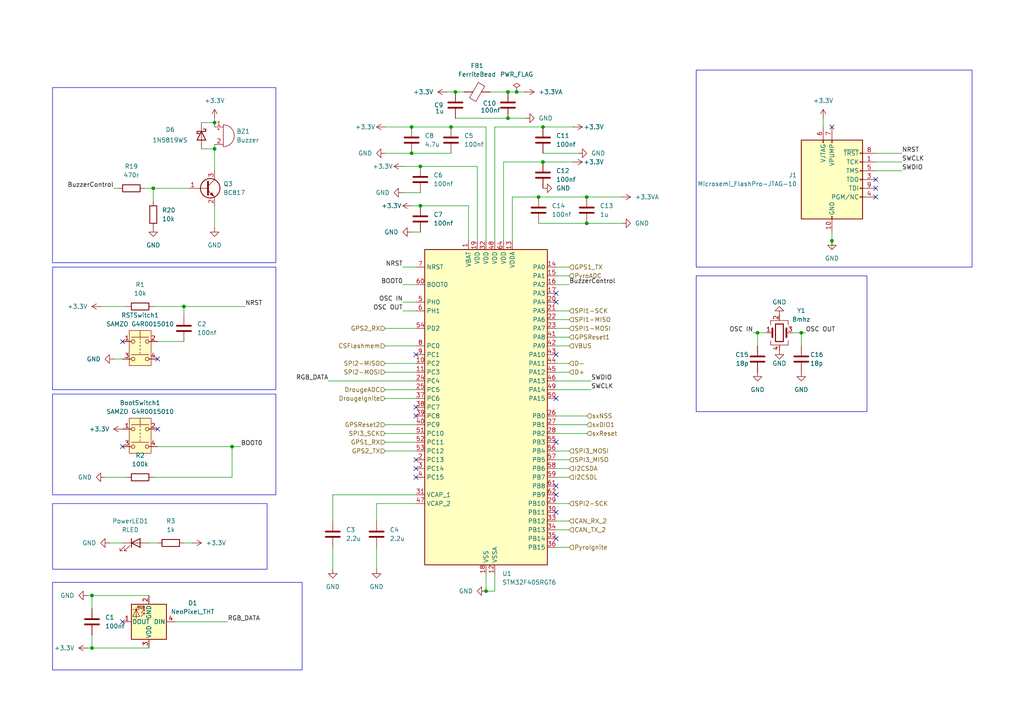
<source format=kicad_sch>
(kicad_sch (version 20250114) (generator "eeschema") (generator_version "9.0")
  (paper "A4")
  (lib_symbols
    (symbol "Connector:Microsemi_FlashPro-JTAG-10" (pin_names (offset 1.016))
      (property "Reference" "J" (at 4.445 12.7 0))
      (property "Value" "Microsemi_FlashPro-JTAG-10" (at 2.54 -12.7 0))
      (symbol "Microsemi_FlashPro-JTAG-10_0_1"
        (rectangle (start -2.667 11.43) (end -2.413 10.668))
        (rectangle (start -0.127 11.43) (end 0.127 10.668))
        (rectangle (start -0.127 -10.668) (end 0.127 -11.43))
        (rectangle (start 8.89 11.43) (end -8.89 -11.43) (stroke (width 0.254)) (fill (type background)))
        (rectangle (start 8.89 7.747) (end 8.128 7.493))
        (rectangle (start 8.89 5.207) (end 8.128 4.953))
        (rectangle (start 8.89 2.667) (end 8.128 2.413))
        (rectangle (start 8.89 0.127) (end 8.128 -0.127))
        (rectangle (start 8.89 -2.413) (end 8.128 -2.667))
        (rectangle (start 8.89 -4.953) (end 8.128 -5.207))
      )
      (symbol "Microsemi_FlashPro-JTAG-10_1_1"
        (pin power_in line (at -2.54 15.24 270) (length 3.81) (name "VJTAG") (number "6"))
        (pin power_out line (at 0 15.24 270) (length 3.81) (name "VPUMP") (number "7"))
        (pin power_in line (at 0 -15.24 90) (length 3.81) (name "GND") (number "10"))
        (pin passive line (at 0 -15.24 90) (length 3.81) (hide yes) (name "GND") (number "2"))
        (pin passive line (at 12.7 7.62 180) (length 3.81) (name "~{TRST}") (number "8"))
        (pin passive line (at 12.7 5.08 180) (length 3.81) (name "TCK") (number "1"))
        (pin passive line (at 12.7 2.54 180) (length 3.81) (name "TMS") (number "5"))
        (pin passive line (at 12.7 0 180) (length 3.81) (name "TDO") (number "3"))
        (pin passive line (at 12.7 -2.54 180) (length 3.81) (name "TDI") (number "9"))
        (pin passive line (at 12.7 -5.08 180) (length 3.81) (name "PGM/NC") (number "4"))
      )
    )
    (symbol "Device:Buzzer" (pin_names (offset 0.0254) (hide yes))
      (property "Reference" "BZ" (at 3.81 1.27 0))
      (property "Value" "Buzzer" (at 3.81 -1.27 0))
      (symbol "Buzzer_0_1"
        (polyline (pts (xy -1.651 1.905) (xy -1.143 1.905)))
        (polyline (pts (xy -1.397 2.159) (xy -1.397 1.651)))
        (arc (start 0 3.175) (mid 3.1612 0) (end 0 -3.175))
        (polyline (pts (xy 0 3.175) (xy 0 -3.175)))
      )
      (symbol "Buzzer_1_1"
        (pin passive line (at -2.54 2.54 0) (length 2.54) (name "+") (number "1"))
        (pin passive line (at -2.54 -2.54 0) (length 2.54) (name "-") (number "2"))
      )
    )
    (symbol "Device:C" (pin_numbers (hide yes)) (pin_names (offset 0.254))
      (property "Reference" "C" (at 0.635 2.54 0))
      (property "Value" "C" (at 0.635 -2.54 0))
      (symbol "C_0_1"
        (polyline (pts (xy -2.032 0.762) (xy 2.032 0.762)) (stroke (width 0.508)))
        (polyline (pts (xy -2.032 -0.762) (xy 2.032 -0.762)) (stroke (width 0.508)))
      )
      (symbol "C_1_1"
        (pin passive line (at 0 3.81 270) (length 2.794) (name "~") (number "1"))
        (pin passive line (at 0 -3.81 90) (length 2.794) (name "~") (number "2"))
      )
    )
    (symbol "Device:Crystal_GND24" (pin_names (offset 1.016) (hide yes))
      (property "Reference" "Y" (at 3.175 5.08 0))
      (property "Value" "Crystal_GND24" (at 3.175 3.175 0))
      (symbol "Crystal_GND24_0_1"
        (polyline (pts (xy -2.54 2.286) (xy -2.54 3.556) (xy 2.54 3.556) (xy 2.54 2.286)))
        (polyline (pts (xy -2.54 0) (xy -2.032 0)))
        (polyline (pts (xy -2.54 -2.286) (xy -2.54 -3.556) (xy 2.54 -3.556) (xy 2.54 -2.286)))
        (polyline (pts (xy -2.032 -1.27) (xy -2.032 1.27)) (stroke (width 0.508)))
        (rectangle (start -1.143 2.54) (end 1.143 -2.54) (stroke (width 0.3048)))
        (polyline (pts (xy 0 3.556) (xy 0 3.81)))
        (polyline (pts (xy 0 -3.81) (xy 0 -3.556)))
        (polyline (pts (xy 2.032 0) (xy 2.54 0)))
        (polyline (pts (xy 2.032 -1.27) (xy 2.032 1.27)) (stroke (width 0.508)))
      )
      (symbol "Crystal_GND24_1_1"
        (pin passive line (at -3.81 0 0) (length 1.27) (name "1") (number "1"))
        (pin passive line (at 0 5.08 270) (length 1.27) (name "2") (number "2"))
        (pin passive line (at 0 -5.08 90) (length 1.27) (name "4") (number "4"))
        (pin passive line (at 3.81 0 180) (length 1.27) (name "3") (number "3"))
      )
    )
    (symbol "Device:FerriteBead" (pin_numbers (hide yes)) (pin_names (offset 0))
      (property "Reference" "FB" (at -3.81 0.635 90))
      (property "Value" "FerriteBead" (at 3.81 0 90))
      (symbol "FerriteBead_0_1"
        (polyline (pts (xy -2.7686 0.4064) (xy -1.7018 2.2606) (xy 2.7686 -0.3048) (xy 1.6764 -2.159) (xy -2.7686 0.4064)))
        (polyline (pts (xy 0 1.27) (xy 0 1.2954)))
        (polyline (pts (xy 0 -1.27) (xy 0 -1.2192)))
      )
      (symbol "FerriteBead_1_1"
        (pin passive line (at 0 3.81 270) (length 2.54) (name "~") (number "1"))
        (pin passive line (at 0 -3.81 90) (length 2.54) (name "~") (number "2"))
      )
    )
    (symbol "Device:LED" (pin_numbers (hide yes)) (pin_names (offset 1.016) (hide yes))
      (property "Reference" "D" (at 0 2.54 0))
      (property "Value" "LED" (at 0 -2.54 0))
      (symbol "LED_0_1"
        (polyline (pts (xy -3.048 -0.762) (xy -4.572 -2.286) (xy -3.81 -2.286) (xy -4.572 -2.286) (xy -4.572 -1.524)))
        (polyline (pts (xy -1.778 -0.762) (xy -3.302 -2.286) (xy -2.54 -2.286) (xy -3.302 -2.286) (xy -3.302 -1.524)))
        (polyline (pts (xy -1.27 0) (xy 1.27 0)))
        (polyline (pts (xy -1.27 -1.27) (xy -1.27 1.27)) (stroke (width 0.254)))
        (polyline (pts (xy 1.27 -1.27) (xy 1.27 1.27) (xy -1.27 0) (xy 1.27 -1.27)) (stroke (width 0.254)))
      )
      (symbol "LED_1_1"
        (pin passive line (at -3.81 0 0) (length 2.54) (name "K") (number "1"))
        (pin passive line (at 3.81 0 180) (length 2.54) (name "A") (number "2"))
      )
    )
    (symbol "Device:R" (pin_numbers (hide yes)) (pin_names (offset 0))
      (property "Reference" "R" (at 2.032 0 90))
      (property "Value" "R" (at 0 0 90))
      (symbol "R_0_1"
        (rectangle (start -1.016 -2.54) (end 1.016 2.54) (stroke (width 0.254)))
      )
      (symbol "R_1_1"
        (pin passive line (at 0 3.81 270) (length 1.27) (name "~") (number "1"))
        (pin passive line (at 0 -3.81 90) (length 1.27) (name "~") (number "2"))
      )
    )
    (symbol "Diode:1N5819WS" (pin_numbers (hide yes)) (pin_names (offset 1.016) (hide yes))
      (property "Reference" "D" (at 0 2.54 0))
      (property "Value" "1N5819WS" (at 0 -2.54 0))
      (symbol "1N5819WS_0_1"
        (polyline (pts (xy -1.905 0.635) (xy -1.905 1.27) (xy -1.27 1.27) (xy -1.27 -1.27) (xy -0.635 -1.27) (xy -0.635 -0.635)) (stroke (width 0.254)))
        (polyline (pts (xy 1.27 1.27) (xy 1.27 -1.27) (xy -1.27 0) (xy 1.27 1.27)) (stroke (width 0.254)))
        (polyline (pts (xy 1.27 0) (xy -1.27 0)))
      )
      (symbol "1N5819WS_1_1"
        (pin passive line (at -3.81 0 0) (length 2.54) (name "K") (number "1"))
        (pin passive line (at 3.81 0 180) (length 2.54) (name "A") (number "2"))
      )
    )
    (symbol "LED:NeoPixel_THT" (pin_names (offset 0.254))
      (property "Reference" "D" (at 5.08 5.715 0))
      (property "Value" "NeoPixel_THT" (at 1.27 -5.715 0))
      (symbol "NeoPixel_THT_0_0"
        (text "RGB" (at 2.286 -4.191 0) (effects (font (size 0.762 0.762))))
      )
      (symbol "NeoPixel_THT_0_1"
        (polyline (pts (xy 1.27 -2.54) (xy 1.778 -2.54)))
        (polyline (pts (xy 1.27 -3.556) (xy 1.778 -3.556)))
        (polyline (pts (xy 2.286 -1.524) (xy 1.27 -2.54) (xy 1.27 -2.032)))
        (polyline (pts (xy 2.286 -2.54) (xy 1.27 -3.556) (xy 1.27 -3.048)))
        (polyline (pts (xy 3.683 -1.016) (xy 3.683 -3.556) (xy 3.683 -4.064)))
        (polyline (pts (xy 4.699 -1.524) (xy 2.667 -1.524) (xy 3.683 -3.556) (xy 4.699 -1.524)))
        (polyline (pts (xy 4.699 -3.556) (xy 2.667 -3.556)))
        (rectangle (start 5.08 5.08) (end -5.08 -5.08) (stroke (width 0.254)) (fill (type background)))
      )
      (symbol "NeoPixel_THT_1_1"
        (pin input line (at -7.62 0 0) (length 2.54) (name "DIN") (number "4"))
        (pin power_in line (at 0 7.62 270) (length 2.54) (name "VDD") (number "3"))
        (pin power_in line (at 0 -7.62 90) (length 2.54) (name "GND") (number "2"))
        (pin output line (at 7.62 0 180) (length 2.54) (name "DOUT") (number "1"))
      )
    )
    (symbol "MCU_ST_STM32F4:STM32F405RGTx"
      (property "Reference" "U" (at -17.78 46.99 0))
      (property "Value" "STM32F405RGTx" (at 10.16 46.99 0))
      (symbol "STM32F405RGTx_0_1"
        (rectangle (start -17.78 -45.72) (end 17.78 45.72) (stroke (width 0.254)) (fill (type background)))
      )
      (symbol "STM32F405RGTx_1_1"
        (pin input line (at -20.32 40.64 0) (length 2.54) (name "NRST") (number "7"))
        (pin input line (at -20.32 35.56 0) (length 2.54) (name "BOOT0") (number "60"))
        (pin bidirectional line (at -20.32 30.48 0) (length 2.54) (name "PH0") (number "5"))
        (pin bidirectional line (at -20.32 27.94 0) (length 2.54) (name "PH1") (number "6"))
        (pin bidirectional line (at -20.32 22.86 0) (length 2.54) (name "PD2") (number "54"))
        (pin bidirectional line (at -20.32 17.78 0) (length 2.54) (name "PC0") (number "8"))
        (pin bidirectional line (at -20.32 15.24 0) (length 2.54) (name "PC1") (number "9"))
        (pin bidirectional line (at -20.32 12.7 0) (length 2.54) (name "PC2") (number "10"))
        (pin bidirectional line (at -20.32 10.16 0) (length 2.54) (name "PC3") (number "11"))
        (pin bidirectional line (at -20.32 7.62 0) (length 2.54) (name "PC4") (number "24"))
        (pin bidirectional line (at -20.32 5.08 0) (length 2.54) (name "PC5") (number "25"))
        (pin bidirectional line (at -20.32 2.54 0) (length 2.54) (name "PC6") (number "37"))
        (pin bidirectional line (at -20.32 0 0) (length 2.54) (name "PC7") (number "38"))
        (pin bidirectional line (at -20.32 -2.54 0) (length 2.54) (name "PC8") (number "39"))
        (pin bidirectional line (at -20.32 -5.08 0) (length 2.54) (name "PC9") (number "40"))
        (pin bidirectional line (at -20.32 -7.62 0) (length 2.54) (name "PC10") (number "51"))
        (pin bidirectional line (at -20.32 -10.16 0) (length 2.54) (name "PC11") (number "52"))
        (pin bidirectional line (at -20.32 -12.7 0) (length 2.54) (name "PC12") (number "53"))
        (pin bidirectional line (at -20.32 -15.24 0) (length 2.54) (name "PC13") (number "2"))
        (pin bidirectional line (at -20.32 -17.78 0) (length 2.54) (name "PC14") (number "3"))
        (pin bidirectional line (at -20.32 -20.32 0) (length 2.54) (name "PC15") (number "4"))
        (pin power_out line (at -20.32 -25.4 0) (length 2.54) (name "VCAP_1") (number "31"))
        (pin power_out line (at -20.32 -27.94 0) (length 2.54) (name "VCAP_2") (number "47"))
        (pin power_in line (at -5.08 48.26 270) (length 2.54) (name "VBAT") (number "1"))
        (pin power_in line (at -2.54 48.26 270) (length 2.54) (name "VDD") (number "19"))
        (pin power_in line (at 0 48.26 270) (length 2.54) (name "VDD") (number "32"))
        (pin power_in line (at 0 -48.26 90) (length 2.54) (name "VSS") (number "18"))
        (pin passive line (at 0 -48.26 90) (length 2.54) (hide yes) (name "VSS") (number "63"))
        (pin power_in line (at 2.54 48.26 270) (length 2.54) (name "VDD") (number "48"))
        (pin power_in line (at 2.54 -48.26 90) (length 2.54) (name "VSSA") (number "12"))
        (pin power_in line (at 5.08 48.26 270) (length 2.54) (name "VDD") (number "64"))
        (pin power_in line (at 7.62 48.26 270) (length 2.54) (name "VDDA") (number "13"))
        (pin bidirectional line (at 20.32 40.64 180) (length 2.54) (name "PA0") (number "14"))
        (pin bidirectional line (at 20.32 38.1 180) (length 2.54) (name "PA1") (number "15"))
        (pin bidirectional line (at 20.32 35.56 180) (length 2.54) (name "PA2") (number "16"))
        (pin bidirectional line (at 20.32 33.02 180) (length 2.54) (name "PA3") (number "17"))
        (pin bidirectional line (at 20.32 30.48 180) (length 2.54) (name "PA4") (number "20"))
        (pin bidirectional line (at 20.32 27.94 180) (length 2.54) (name "PA5") (number "21"))
        (pin bidirectional line (at 20.32 25.4 180) (length 2.54) (name "PA6") (number "22"))
        (pin bidirectional line (at 20.32 22.86 180) (length 2.54) (name "PA7") (number "23"))
        (pin bidirectional line (at 20.32 20.32 180) (length 2.54) (name "PA8") (number "41"))
        (pin bidirectional line (at 20.32 17.78 180) (length 2.54) (name "PA9") (number "42"))
        (pin bidirectional line (at 20.32 15.24 180) (length 2.54) (name "PA10") (number "43"))
        (pin bidirectional line (at 20.32 12.7 180) (length 2.54) (name "PA11") (number "44"))
        (pin bidirectional line (at 20.32 10.16 180) (length 2.54) (name "PA12") (number "45"))
        (pin bidirectional line (at 20.32 7.62 180) (length 2.54) (name "PA13") (number "46"))
        (pin bidirectional line (at 20.32 5.08 180) (length 2.54) (name "PA14") (number "49"))
        (pin bidirectional line (at 20.32 2.54 180) (length 2.54) (name "PA15") (number "50"))
        (pin bidirectional line (at 20.32 -2.54 180) (length 2.54) (name "PB0") (number "26"))
        (pin bidirectional line (at 20.32 -5.08 180) (length 2.54) (name "PB1") (number "27"))
        (pin bidirectional line (at 20.32 -7.62 180) (length 2.54) (name "PB2") (number "28"))
        (pin bidirectional line (at 20.32 -10.16 180) (length 2.54) (name "PB3") (number "55"))
        (pin bidirectional line (at 20.32 -12.7 180) (length 2.54) (name "PB4") (number "56"))
        (pin bidirectional line (at 20.32 -15.24 180) (length 2.54) (name "PB5") (number "57"))
        (pin bidirectional line (at 20.32 -17.78 180) (length 2.54) (name "PB6") (number "58"))
        (pin bidirectional line (at 20.32 -20.32 180) (length 2.54) (name "PB7") (number "59"))
        (pin bidirectional line (at 20.32 -22.86 180) (length 2.54) (name "PB8") (number "61"))
        (pin bidirectional line (at 20.32 -25.4 180) (length 2.54) (name "PB9") (number "62"))
        (pin bidirectional line (at 20.32 -27.94 180) (length 2.54) (name "PB10") (number "29"))
        (pin bidirectional line (at 20.32 -30.48 180) (length 2.54) (name "PB11") (number "30"))
        (pin bidirectional line (at 20.32 -33.02 180) (length 2.54) (name "PB12") (number "33"))
        (pin bidirectional line (at 20.32 -35.56 180) (length 2.54) (name "PB13") (number "34"))
        (pin bidirectional line (at 20.32 -38.1 180) (length 2.54) (name "PB14") (number "35"))
        (pin bidirectional line (at 20.32 -40.64 180) (length 2.54) (name "PB15") (number "36"))
      )
    )
    (symbol "Switch:SW_Push_Dual" (pin_names (offset 1.016) (hide yes))
      (property "Reference" "SW" (at 0 7.62 0))
      (property "Value" "SW_Push_Dual" (at 0 -6.35 0))
      (symbol "SW_Push_Dual_0_1"
        (circle (center -2.032 2.54) (radius 0.508))
        (circle (center -2.032 -2.54) (radius 0.508))
        (polyline (pts (xy 0 3.81) (xy 0 5.588)))
        (polyline (pts (xy 0 3.048) (xy 0 3.556)))
        (polyline (pts (xy 0 2.032) (xy 0 2.54)))
        (polyline (pts (xy 0 1.016) (xy 0 1.524)))
        (polyline (pts (xy 0 0.508) (xy 0 0)))
        (polyline (pts (xy 0 -0.508) (xy 0 -1.016)))
        (circle (center 2.032 2.54) (radius 0.508))
        (circle (center 2.032 -2.54) (radius 0.508))
        (polyline (pts (xy 2.54 3.81) (xy -2.54 3.81)))
        (polyline (pts (xy 2.54 -1.27) (xy -2.54 -1.27)))
        (pin passive line (at -5.08 2.54 0) (length 2.54) (name "1") (number "1"))
        (pin passive line (at -5.08 -2.54 0) (length 2.54) (name "3") (number "3"))
        (pin passive line (at 5.08 2.54 180) (length 2.54) (name "2") (number "2"))
        (pin passive line (at 5.08 -2.54 180) (length 2.54) (name "4") (number "4"))
      )
      (symbol "SW_Push_Dual_1_1"
        (rectangle (start -3.175 5.715) (end 3.175 -4.445) (fill (type background)))
      )
    )
    (symbol "Transistor_BJT:BC817" (pin_names (offset 0) (hide yes))
      (property "Reference" "Q" (at 5.08 1.905 0))
      (property "Value" "BC817" (at 5.08 0 0))
      (symbol "BC817_0_1"
        (polyline (pts (xy -2.54 0) (xy 0.635 0)))
        (polyline (pts (xy 0.635 1.905) (xy 0.635 -1.905)) (stroke (width 0.508)))
        (circle (center 1.27 0) (radius 2.8194) (stroke (width 0.254)))
      )
      (symbol "BC817_1_1"
        (polyline (pts (xy 0.635 0.635) (xy 2.54 2.54)))
        (polyline (pts (xy 0.635 -0.635) (xy 2.54 -2.54)))
        (polyline (pts (xy 1.27 -1.778) (xy 1.778 -1.27) (xy 2.286 -2.286) (xy 1.27 -1.778)) (fill (type outline)))
        (pin input line (at -5.08 0 0) (length 2.54) (name "B") (number "1"))
        (pin passive line (at 2.54 5.08 270) (length 2.54) (name "C") (number "3"))
        (pin passive line (at 2.54 -5.08 90) (length 2.54) (name "E") (number "2"))
      )
    )
    (symbol "power:+3.3V" (power) (pin_numbers (hide yes)) (pin_names (offset 0) (hide yes))
      (property "Value" "+3.3V" (at 0 3.556 0))
      (symbol "+3.3V_0_1"
        (polyline (pts (xy -0.762 1.27) (xy 0 2.54)))
        (polyline (pts (xy 0 2.54) (xy 0.762 1.27)))
        (polyline (pts (xy 0 0) (xy 0 2.54)))
      )
      (symbol "+3.3V_1_1"
        (pin power_in line (at 0 0 90) (length 0) (name "~") (number "1"))
      )
    )
    (symbol "power:+3.3VA" (power) (pin_numbers (hide yes)) (pin_names (offset 0) (hide yes))
      (property "Value" "+3.3VA" (at 0 3.556 0))
      (symbol "+3.3VA_0_1"
        (polyline (pts (xy -0.762 1.27) (xy 0 2.54)))
        (polyline (pts (xy 0 2.54) (xy 0.762 1.27)))
        (polyline (pts (xy 0 0) (xy 0 2.54)))
      )
      (symbol "+3.3VA_1_1"
        (pin power_in line (at 0 0 90) (length 0) (name "~") (number "1"))
      )
    )
    (symbol "power:GND" (power) (pin_numbers (hide yes)) (pin_names (offset 0) (hide yes))
      (property "Value" "GND" (at 0 -3.81 0))
      (symbol "GND_0_1"
        (polyline (pts (xy 0 0) (xy 0 -1.27) (xy 1.27 -1.27) (xy 0 -2.54) (xy -1.27 -1.27) (xy 0 -1.27)))
      )
      (symbol "GND_1_1"
        (pin power_in line (at 0 0 270) (length 0) (name "~") (number "1"))
      )
    )
    (symbol "power:PWR_FLAG" (power) (pin_numbers (hide yes)) (pin_names (offset 0) (hide yes))
      (property "Value" "PWR_FLAG" (at 0 3.81 0))
      (symbol "PWR_FLAG_0_0"
        (pin power_out line (at 0 0 90) (length 0) (name "~") (number "1"))
      )
      (symbol "PWR_FLAG_0_1"
        (polyline (pts (xy 0 0) (xy 0 1.27) (xy -1.016 1.905) (xy 0 2.54) (xy 1.016 1.905) (xy 0 1.27)))
      )
    )
  )
  (rectangle (start 201.93 20.32) (end 281.94 77.47))
  (rectangle (start 15.24 146.05) (end 77.47 165.1))
  (rectangle (start 15.24 168.91) (end 87.63 194.31))
  (rectangle (start 15.24 114.3) (end 80.01 143.51))
  (rectangle (start 15.24 77.47) (end 80.01 113.03))
  (rectangle (start 201.93 80.01) (end 251.46 119.38))
  (rectangle (start 15.24 25.4) (end 80.01 76.2))
  (junction (at 170.18 64.77))
  (junction (at 44.45 54.61))
  (junction (at 26.67 172.72))
  (junction (at 156.21 57.15))
  (junction (at 121.92 59.69))
  (junction (at 149.86 26.67))
  (junction (at 26.67 187.96))
  (junction (at 157.48 36.83))
  (junction (at 219.71 96.52))
  (junction (at 121.92 48.26))
  (junction (at 147.32 26.67))
  (junction (at 130.81 36.83))
  (junction (at 119.38 44.45))
  (junction (at 241.3 69.85))
  (junction (at 119.38 36.83))
  (junction (at 53.34 88.9))
  (junction (at 67.31 129.54))
  (junction (at 62.23 35.56))
  (junction (at 170.18 57.15))
  (junction (at 132.08 26.67))
  (junction (at 232.41 96.52))
  (junction (at 140.97 171.45))
  (junction (at 62.23 43.18))
  (junction (at 157.48 46.99))
  (junction (at 147.32 34.29))
  (no_connect (at 161.29 140.97))
  (no_connect (at 161.29 85.09))
  (no_connect (at 35.56 129.54))
  (no_connect (at 35.56 99.06))
  (no_connect (at 254 57.15))
  (no_connect (at 161.29 87.63))
  (no_connect (at 161.29 102.87))
  (no_connect (at 241.3 36.83))
  (no_connect (at 161.29 143.51))
  (no_connect (at 120.65 138.43))
  (no_connect (at 161.29 148.59))
  (no_connect (at 120.65 102.87))
  (no_connect (at 120.65 118.11))
  (no_connect (at 120.65 135.89))
  (no_connect (at 120.65 133.35))
  (no_connect (at 45.72 124.46))
  (no_connect (at 254 54.61))
  (no_connect (at 161.29 115.57))
  (no_connect (at 161.29 128.27))
  (no_connect (at 45.72 104.14))
  (no_connect (at 161.29 156.21))
  (no_connect (at 254 52.07))
  (no_connect (at 35.56 180.34))
  (no_connect (at 120.65 120.65))
  (wire (pts (xy 171.45 113.03) (xy 161.29 113.03)))
  (wire (pts (xy 109.22 158.75) (xy 109.22 165.1)))
  (wire (pts (xy 140.97 171.45) (xy 143.51 171.45)))
  (wire (pts (xy 132.08 26.67) (xy 134.62 26.67)))
  (wire (pts (xy 143.51 36.83) (xy 157.48 36.83)))
  (wire (pts (xy 111.76 105.41) (xy 120.65 105.41)))
  (wire (pts (xy 143.51 36.83) (xy 143.51 69.85)))
  (wire (pts (xy 109.22 151.13) (xy 109.22 146.05)))
  (wire (pts (xy 232.41 96.52) (xy 233.68 96.52)))
  (wire (pts (xy 111.76 100.33) (xy 120.65 100.33)))
  (wire (pts (xy 111.76 36.83) (xy 119.38 36.83)))
  (wire (pts (xy 119.38 59.69) (xy 121.92 59.69)))
  (wire (pts (xy 111.76 125.73) (xy 120.65 125.73)))
  (wire (pts (xy 121.92 48.26) (xy 138.43 48.26)))
  (wire (pts (xy 148.59 57.15) (xy 156.21 57.15)))
  (wire (pts (xy 229.87 96.52) (xy 232.41 96.52)))
  (wire (pts (xy 148.59 57.15) (xy 148.59 69.85)))
  (wire (pts (xy 165.1 82.55) (xy 161.29 82.55)))
  (wire (pts (xy 62.23 49.53) (xy 62.23 43.18)))
  (wire (pts (xy 165.1 97.79) (xy 161.29 97.79)))
  (wire (pts (xy 129.54 26.67) (xy 132.08 26.67)))
  (wire (pts (xy 111.76 44.45) (xy 119.38 44.45)))
  (wire (pts (xy 149.86 26.67) (xy 152.4 26.67)))
  (wire (pts (xy 62.23 35.56) (xy 62.23 36.83)))
  (wire (pts (xy 119.38 67.31) (xy 121.92 67.31)))
  (wire (pts (xy 156.21 64.77) (xy 170.18 64.77)))
  (wire (pts (xy 165.1 92.71) (xy 161.29 92.71)))
  (wire (pts (xy 161.29 107.95) (xy 165.1 107.95)))
  (wire (pts (xy 116.84 90.17) (xy 120.65 90.17)))
  (wire (pts (xy 170.18 120.65) (xy 161.29 120.65)))
  (wire (pts (xy 96.52 158.75) (xy 96.52 165.1)))
  (wire (pts (xy 219.71 96.52) (xy 222.25 96.52)))
  (wire (pts (xy 44.45 54.61) (xy 54.61 54.61)))
  (wire (pts (xy 138.43 48.26) (xy 138.43 69.85)))
  (wire (pts (xy 165.1 146.05) (xy 161.29 146.05)))
  (wire (pts (xy 58.42 35.56) (xy 62.23 35.56)))
  (wire (pts (xy 142.24 26.67) (xy 147.32 26.67)))
  (wire (pts (xy 55.88 157.48) (xy 53.34 157.48)))
  (wire (pts (xy 116.84 48.26) (xy 121.92 48.26)))
  (wire (pts (xy 111.76 107.95) (xy 120.65 107.95)))
  (wire (pts (xy 165.1 133.35) (xy 161.29 133.35)))
  (wire (pts (xy 111.76 115.57) (xy 120.65 115.57)))
  (wire (pts (xy 146.05 46.99) (xy 146.05 69.85)))
  (wire (pts (xy 238.76 34.29) (xy 238.76 36.83)))
  (wire (pts (xy 219.71 96.52) (xy 219.71 100.33)))
  (wire (pts (xy 26.67 187.96) (xy 43.18 187.96)))
  (wire (pts (xy 165.1 90.17) (xy 161.29 90.17)))
  (wire (pts (xy 241.3 67.31) (xy 241.3 69.85)))
  (wire (pts (xy 166.37 46.99) (xy 157.48 46.99)))
  (wire (pts (xy 232.41 96.52) (xy 232.41 100.33)))
  (wire (pts (xy 41.91 54.61) (xy 44.45 54.61)))
  (wire (pts (xy 165.1 95.25) (xy 161.29 95.25)))
  (wire (pts (xy 161.29 151.13) (xy 165.1 151.13)))
  (wire (pts (xy 120.65 143.51) (xy 96.52 143.51)))
  (wire (pts (xy 62.23 43.18) (xy 62.23 41.91)))
  (wire (pts (xy 170.18 123.19) (xy 161.29 123.19)))
  (wire (pts (xy 170.18 125.73) (xy 161.29 125.73)))
  (wire (pts (xy 132.08 34.29) (xy 147.32 34.29)))
  (wire (pts (xy 146.05 46.99) (xy 157.48 46.99)))
  (wire (pts (xy 111.76 95.25) (xy 120.65 95.25)))
  (wire (pts (xy 53.34 88.9) (xy 71.12 88.9)))
  (wire (pts (xy 116.84 77.47) (xy 120.65 77.47)))
  (wire (pts (xy 44.45 58.42) (xy 44.45 54.61)))
  (wire (pts (xy 62.23 34.29) (xy 62.23 35.56)))
  (wire (pts (xy 119.38 36.83) (xy 130.81 36.83)))
  (wire (pts (xy 170.18 64.77) (xy 180.34 64.77)))
  (wire (pts (xy 25.4 187.96) (xy 26.67 187.96)))
  (wire (pts (xy 67.31 129.54) (xy 67.31 138.43)))
  (wire (pts (xy 25.4 172.72) (xy 26.67 172.72)))
  (wire (pts (xy 50.8 180.34) (xy 66.04 180.34)))
  (wire (pts (xy 58.42 43.18) (xy 62.23 43.18)))
  (wire (pts (xy 261.62 46.99) (xy 254 46.99)))
  (wire (pts (xy 165.1 77.47) (xy 161.29 77.47)))
  (wire (pts (xy 116.84 55.88) (xy 121.92 55.88)))
  (wire (pts (xy 33.02 54.61) (xy 34.29 54.61)))
  (wire (pts (xy 165.1 130.81) (xy 161.29 130.81)))
  (wire (pts (xy 26.67 172.72) (xy 43.18 172.72)))
  (wire (pts (xy 33.02 104.14) (xy 35.56 104.14)))
  (wire (pts (xy 95.25 110.49) (xy 120.65 110.49)))
  (wire (pts (xy 116.84 82.55) (xy 120.65 82.55)))
  (wire (pts (xy 53.34 88.9) (xy 53.34 91.44)))
  (wire (pts (xy 147.32 34.29) (xy 152.4 34.29)))
  (wire (pts (xy 261.62 44.45) (xy 254 44.45)))
  (wire (pts (xy 166.37 36.83) (xy 157.48 36.83)))
  (wire (pts (xy 111.76 123.19) (xy 120.65 123.19)))
  (wire (pts (xy 121.92 59.69) (xy 135.89 59.69)))
  (wire (pts (xy 116.84 87.63) (xy 120.65 87.63)))
  (wire (pts (xy 165.1 100.33) (xy 161.29 100.33)))
  (wire (pts (xy 96.52 143.51) (xy 96.52 151.13)))
  (wire (pts (xy 143.51 171.45) (xy 143.51 166.37)))
  (wire (pts (xy 111.76 128.27) (xy 120.65 128.27)))
  (wire (pts (xy 241.3 72.39) (xy 241.3 69.85)))
  (wire (pts (xy 261.62 49.53) (xy 254 49.53)))
  (wire (pts (xy 109.22 146.05) (xy 120.65 146.05)))
  (wire (pts (xy 29.21 88.9) (xy 36.83 88.9)))
  (wire (pts (xy 165.1 138.43) (xy 161.29 138.43)))
  (wire (pts (xy 218.44 96.52) (xy 219.71 96.52)))
  (wire (pts (xy 135.89 59.69) (xy 135.89 69.85)))
  (wire (pts (xy 30.48 138.43) (xy 36.83 138.43)))
  (wire (pts (xy 67.31 138.43) (xy 44.45 138.43)))
  (wire (pts (xy 111.76 130.81) (xy 120.65 130.81)))
  (wire (pts (xy 45.72 129.54) (xy 67.31 129.54)))
  (wire (pts (xy 161.29 105.41) (xy 165.1 105.41)))
  (wire (pts (xy 62.23 66.04) (xy 62.23 59.69)))
  (wire (pts (xy 156.21 57.15) (xy 170.18 57.15)))
  (wire (pts (xy 161.29 153.67) (xy 165.1 153.67)))
  (wire (pts (xy 140.97 36.83) (xy 140.97 69.85)))
  (wire (pts (xy 119.38 44.45) (xy 130.81 44.45)))
  (wire (pts (xy 147.32 26.67) (xy 149.86 26.67)))
  (wire (pts (xy 165.1 158.75) (xy 161.29 158.75)))
  (wire (pts (xy 170.18 57.15) (xy 180.34 57.15)))
  (wire (pts (xy 67.31 129.54) (xy 69.85 129.54)))
  (wire (pts (xy 31.75 157.48) (xy 35.56 157.48)))
  (wire (pts (xy 26.67 184.15) (xy 26.67 187.96)))
  (wire (pts (xy 26.67 172.72) (xy 26.67 176.53)))
  (wire (pts (xy 130.81 36.83) (xy 140.97 36.83)))
  (wire (pts (xy 165.1 80.01) (xy 161.29 80.01)))
  (wire (pts (xy 161.29 110.49) (xy 171.45 110.49)))
  (wire (pts (xy 45.72 99.06) (xy 53.34 99.06)))
  (wire (pts (xy 140.97 166.37) (xy 140.97 171.45)))
  (wire (pts (xy 44.45 88.9) (xy 53.34 88.9)))
  (wire (pts (xy 43.18 157.48) (xy 45.72 157.48)))
  (wire (pts (xy 167.64 44.45) (xy 157.48 44.45)))
  (wire (pts (xy 111.76 113.03) (xy 120.65 113.03)))
  (wire (pts (xy 165.1 135.89) (xy 161.29 135.89)))
  (label "BOOT0" (at 116.84 82.55 180))
  (label "OSC OUT" (at 116.84 90.17 180))
  (label "RGB_DATA" (at 66.04 180.34 0))
  (label "RGB_DATA" (at 95.25 110.49 180))
  (label "OSC OUT" (at 233.68 96.52 0))
  (label "SWDIO" (at 261.62 49.53 0))
  (label "NRST" (at 71.12 88.9 0))
  (label "OSC IN" (at 116.84 87.63 180))
  (label "SWCLK" (at 171.45 113.03 0))
  (label "OSC IN" (at 218.44 96.52 180))
  (label "NRST" (at 261.62 44.45 0))
  (label "BOOT0" (at 69.85 129.54 0))
  (label "NRST" (at 116.84 77.47 180))
  (label "SWDIO" (at 171.45 110.49 0))
  (label "BuzzerControl" (at 33.02 54.61 180))
  (label "SWCLK" (at 261.62 46.99 0))
  (label "BuzzerControl" (at 165.1 82.55 0))
  (hierarchical_label "GPS1_RX" (shape input) (at 111.76 128.27 180))
  (hierarchical_label "sxReset" (shape input) (at 170.18 125.73 0))
  (hierarchical_label "GPS2_RX" (shape input) (at 111.76 95.25 180))
  (hierarchical_label "sxNSS" (shape input) (at 170.18 120.65 0))
  (hierarchical_label "SPI2-MOSI" (shape input) (at 111.76 107.95 180))
  (hierarchical_label "sxDIO1" (shape input) (at 170.18 123.19 0))
  (hierarchical_label "D+" (shape input) (at 165.1 107.95 0))
  (hierarchical_label "GPS2_TX" (shape input) (at 111.76 130.81 180))
  (hierarchical_label "VBUS" (shape input) (at 165.1 100.33 0))
  (hierarchical_label "SPI3_SCK" (shape input) (at 111.76 125.73 180))
  (hierarchical_label "SPI2-MISO" (shape input) (at 111.76 105.41 180))
  (hierarchical_label "SPI2-SCK" (shape input) (at 165.1 146.05 0))
  (hierarchical_label "CAN_TX_2" (shape input) (at 165.1 153.67 0))
  (hierarchical_label "PyroIgnite" (shape input) (at 165.1 158.75 0))
  (hierarchical_label "SPI1-SCK" (shape input) (at 165.1 90.17 0))
  (hierarchical_label "GPSReset2" (shape input) (at 111.76 123.19 180))
  (hierarchical_label "SPI3_MISO" (shape input) (at 165.1 133.35 0))
  (hierarchical_label "DrougeIgnite" (shape input) (at 111.76 115.57 180))
  (hierarchical_label "GPS1_TX" (shape input) (at 165.1 77.47 0))
  (hierarchical_label "PyroADC" (shape input) (at 165.1 80.01 0))
  (hierarchical_label "SPI1-MISO" (shape input) (at 165.1 92.71 0))
  (hierarchical_label "I2CSDL" (shape input) (at 165.1 138.43 0))
  (hierarchical_label "GPSReset1" (shape input) (at 165.1 97.79 0))
  (hierarchical_label "DrougeADC" (shape input) (at 111.76 113.03 180))
  (hierarchical_label "SPI1-MOSI" (shape input) (at 165.1 95.25 0))
  (hierarchical_label "I2CSDA" (shape input) (at 165.1 135.89 0))
  (hierarchical_label "CAN_RX_2" (shape input) (at 165.1 151.13 0))
  (hierarchical_label "CSFlashmem" (shape input) (at 111.76 100.33 180))
  (hierarchical_label "D-" (shape input) (at 165.1 105.41 0))
  (hierarchical_label "SPI3_MOSI" (shape input) (at 165.1 130.81 0))
  (symbol (lib_id "Device:Buzzer") (at 64.77 39.37 0) (unit 1)
    (property "Reference" "BZ1" (at 68.58 38.0999 0) (effects (justify left)))
    (property "Value" "Buzzer" (at 68.58 40.6399 0) (effects (justify left)))
    (property "Footprint" "Buzzer_Beeper:Buzzer_12x9.5RM7.6" (effects (hide yes)))
    (property "Description" "Buzzer, polarized" (effects (hide yes)))
    (property "LCSC Part" "C96093" (effects (hide yes)))
  )
  (symbol (lib_id "Diode:1N5819WS") (at 58.42 39.37 270) (unit 1)
    (property "Reference" "D6" (at 48.006 37.592 90) (effects (justify left)))
    (property "Value" "1N5819WS" (at 44.196 40.64 90) (effects (justify left)))
    (property "Footprint" "Diode_SMD:D_SOD-323" (effects (hide yes)))
    (property "Datasheet" "https://datasheet.lcsc.com/lcsc/2204281430_Guangdong-Hottech-1N5819WS_C191023.pdf" (effects (hide yes)))
    (property "Description" "40V 600mV@1A 1A SOD-323 Schottky Barrier Diodes, SOD-323" (effects (hide yes)))
    (property "LCSC Part" "C191023" (effects (hide yes)))
  )
  (symbol (lib_id "power:+3.3V") (at 25.4 187.96 90) (unit 1)
    (property "Reference" "#PWR02" (effects (hide yes)))
    (property "Value" "+3.3V" (at 21.59 187.9599 90) (effects (justify left)))
    (property "Description" "Power symbol creates a global label with name \"+3.3V\"" (effects (hide yes)))
  )
  (symbol (lib_id "Device:C") (at 170.18 60.96 0) (unit 1)
    (property "Reference" "C13" (at 173.99 59.6899 0) (effects (justify left)))
    (property "Value" "1u" (at 173.99 62.2299 0) (effects (justify left)))
    (property "Footprint" "Capacitor_SMD:C_0805_2012Metric_Pad1.18x1.45mm_HandSolder" (effects (hide yes)))
    (property "Description" "Unpolarized capacitor" (effects (hide yes)))
    (property "LCSC Part" "C28323" (effects (hide yes)))
  )
  (symbol (lib_id "power:GND") (at 31.75 157.48 270) (unit 1)
    (property "Reference" "#PWR05" (effects (hide yes)))
    (property "Value" "GND" (at 27.94 157.4799 90) (effects (justify right)))
    (property "Description" "Power symbol creates a global label with name \"GND\" , ground" (effects (hide yes)))
  )
  (symbol (lib_id "power:+3.3V") (at 119.38 59.69 90) (unit 1)
    (property "Reference" "#PWR015" (effects (hide yes)))
    (property "Value" "+3.3V" (at 113.538 59.69 90))
    (property "Description" "Power symbol creates a global label with name \"+3.3V\"" (effects (hide yes)))
  )
  (symbol (lib_id "power:+3.3V") (at 166.37 46.99 270) (unit 1)
    (property "Reference" "#PWR023" (effects (hide yes)))
    (property "Value" "+3.3V" (at 172.212 46.99 90))
    (property "Description" "Power symbol creates a global label with name \"+3.3V\"" (effects (hide yes)))
  )
  (symbol (lib_id "power:GND") (at 116.84 55.88 270) (unit 1)
    (property "Reference" "#PWR014" (effects (hide yes)))
    (property "Value" "GND" (at 113.03 55.8799 90) (effects (justify right)))
    (property "Description" "Power symbol creates a global label with name \"GND\" , ground" (effects (hide yes)))
  )
  (symbol (lib_id "Device:R") (at 40.64 138.43 90) (unit 1)
    (property "Reference" "R2" (at 40.64 132.08 90))
    (property "Value" "100k" (at 40.64 134.62 90))
    (property "Footprint" "Resistor_SMD:R_0805_2012Metric_Pad1.20x1.40mm_HandSolder" (effects (hide yes)))
    (property "Description" "Resistor" (effects (hide yes)))
    (property "LCSC Part" "C96346" (effects (hide yes)))
  )
  (symbol (lib_id "Switch:SW_Push_Dual") (at 40.64 101.6 0) (unit 1)
    (property "Reference" "RSTSwitch1" (at 40.64 91.44 0))
    (property "Value" "SAMZO G4R0015010" (at 40.64 93.98 0))
    (property "Footprint" "myFootprints:SAMZO G4R0015010" (effects (hide yes)))
    (property "Description" "Push button switch, generic, symbol, four pins" (effects (hide yes)))
    (property "LCSC Part" "C49393646" (effects (hide yes)))
  )
  (symbol (lib_id "power:+3.3V") (at 129.54 26.67 90) (unit 1)
    (property "Reference" "#PWR017" (effects (hide yes)))
    (property "Value" "+3.3V" (at 125.73 26.6699 90) (effects (justify left)))
    (property "Description" "Power symbol creates a global label with name \"+3.3V\"" (effects (hide yes)))
  )
  (symbol (lib_id "power:GND") (at 232.41 107.95 0) (mirror y) (unit 1)
    (property "Reference" "#PWR030" (effects (hide yes)))
    (property "Value" "GND" (at 232.41 113.03 0))
    (property "Description" "Power symbol creates a global label with name \"GND\" , ground" (effects (hide yes)))
  )
  (symbol (lib_id "Switch:SW_Push_Dual") (at 40.64 127 0) (unit 1)
    (property "Reference" "BootSwitch1" (at 40.64 116.84 0))
    (property "Value" "SAMZO G4R0015010" (at 40.64 119.38 0))
    (property "Footprint" "myFootprints:SAMZO G4R0015010" (effects (hide yes)))
    (property "Description" "Push button switch, generic, symbol, four pins" (effects (hide yes)))
    (property "LCSC Part" "C49393646" (effects (hide yes)))
  )
  (symbol (lib_id "power:+3.3V") (at 29.21 88.9 90) (unit 1)
    (property "Reference" "#PWR03" (effects (hide yes)))
    (property "Value" "+3.3V" (at 25.4 88.8999 90) (effects (justify left)))
    (property "Description" "Power symbol creates a global label with name \"+3.3V\"" (effects (hide yes)))
  )
  (symbol (lib_id "Device:C") (at 130.81 40.64 0) (unit 1)
    (property "Reference" "C5" (at 134.62 39.3699 0) (effects (justify left)))
    (property "Value" "100nf" (at 134.62 41.9099 0) (effects (justify left)))
    (property "Footprint" "Capacitor_SMD:C_0805_2012Metric_Pad1.18x1.45mm_HandSolder" (effects (hide yes)))
    (property "Description" "Unpolarized capacitor" (effects (hide yes)))
    (property "LCSC Part" "C49678" (effects (hide yes)))
  )
  (symbol (lib_id "power:+3.3VA") (at 180.34 57.15 270) (unit 1)
    (property "Reference" "#PWR025" (effects (hide yes)))
    (property "Value" "+3.3VA" (at 184.15 57.1499 90) (effects (justify left)))
    (property "Description" "Power symbol creates a global label with name \"+3.3VA\"" (effects (hide yes)))
  )
  (symbol (lib_id "Connector:Microsemi_FlashPro-JTAG-10") (at 241.3 52.07 0) (unit 1)
    (property "Reference" "J1" (at 231.14 50.7999 0) (effects (justify right)))
    (property "Value" "Microsemi_FlashPro-JTAG-10" (at 231.14 53.3399 0) (effects (justify right)))
    (property "Footprint" "myFootprints:CONN_7024610XX_MOL" (effects (hide yes)))
    (property "Datasheet" "https://www.microsemi.com/document-portal/doc_view/129973-lpf-ac386-an" (effects (hide yes)))
    (property "Description" "ACTEL FLASH PRO 3/4, JTAG, IDC10 Pinheader Connector" (effects (hide yes)))
    (property "LCSC Part" "C585350" (effects (hide yes)))
  )
  (symbol (lib_id "Device:R") (at 49.53 157.48 90) (unit 1)
    (property "Reference" "R3" (at 49.53 151.13 90))
    (property "Value" "1k" (at 49.53 153.67 90))
    (property "Footprint" "Resistor_SMD:R_0805_2012Metric_Pad1.20x1.40mm_HandSolder" (effects (hide yes)))
    (property "Description" "Resistor" (effects (hide yes)))
    (property "LCSC Part" "C95781" (effects (hide yes)))
  )
  (symbol (lib_id "Device:LED") (at 39.37 157.48 0) (unit 1)
    (property "Reference" "PowerLED1" (at 37.7825 151.13 0))
    (property "Value" "RLED" (at 37.7825 153.67 0))
    (property "Footprint" "LED_SMD:LED_0603_1608Metric_Pad1.05x0.95mm_HandSolder" (effects (hide yes)))
    (property "Description" "Light emitting diode" (effects (hide yes)))
    (property "LCSC Part" "C965799" (effects (hide yes)))
  )
  (symbol (lib_id "Device:Crystal_GND24") (at 226.06 96.52 0) (unit 1)
    (property "Reference" "Y1" (at 232.41 90.0998 0))
    (property "Value" "8mhz" (at 232.41 92.6398 0))
    (property "Footprint" "Crystal:Crystal_SMD_3225-4Pin_3.2x2.5mm_HandSoldering" (effects (hide yes)))
    (property "Description" "Four pin crystal, GND on pins 2 and 4" (effects (hide yes)))
    (property "LCSC Part" "C19723344" (effects (hide yes)))
  )
  (symbol (lib_id "power:GND") (at 219.71 107.95 0) (mirror y) (unit 1)
    (property "Reference" "#PWR027" (effects (hide yes)))
    (property "Value" "GND" (at 219.71 113.03 0))
    (property "Description" "Power symbol creates a global label with name \"GND\" , ground" (effects (hide yes)))
  )
  (symbol (lib_id "Device:C") (at 157.48 50.8 0) (unit 1)
    (property "Reference" "C12" (at 161.29 49.5299 0) (effects (justify left)))
    (property "Value" "100nf" (at 161.29 52.0699 0) (effects (justify left)))
    (property "Footprint" "Capacitor_SMD:C_0805_2012Metric_Pad1.18x1.45mm_HandSolder" (effects (hide yes)))
    (property "Description" "Unpolarized capacitor" (effects (hide yes)))
    (property "LCSC Part" "C49678" (effects (hide yes)))
  )
  (symbol (lib_id "Device:R") (at 44.45 62.23 180) (unit 1)
    (property "Reference" "R20" (at 46.99 60.9599 0) (effects (justify right)))
    (property "Value" "10k" (at 46.99 63.4999 0) (effects (justify right)))
    (property "Footprint" "Resistor_SMD:R_0805_2012Metric_Pad1.20x1.40mm_HandSolder" (effects (hide yes)))
    (property "Description" "Resistor" (effects (hide yes)))
    (property "LCSC Part" "C84376" (effects (hide yes)))
  )
  (symbol (lib_id "power:GND") (at 157.48 54.61 90) (unit 1)
    (property "Reference" "#PWR021" (effects (hide yes)))
    (property "Value" "GND" (at 161.29 54.6099 90) (effects (justify right)))
    (property "Description" "Power symbol creates a global label with name \"GND\" , ground" (effects (hide yes)))
  )
  (symbol (lib_id "Transistor_BJT:BC817") (at 59.69 54.61 0) (unit 1)
    (property "Reference" "Q3" (at 64.77 53.3399 0) (effects (justify left)))
    (property "Value" "BC817" (at 64.77 55.8799 0) (effects (justify left)))
    (property "Footprint" "Package_TO_SOT_SMD:SOT-23" (effects (hide yes)))
    (property "Datasheet" "https://www.onsemi.com/pub/Collateral/BC818-D.pdf" (effects (hide yes)))
    (property "Description" "0.8A Ic, 45V Vce, NPN Transistor, SOT-23" (effects (hide yes)))
    (property "LCSC Part" "C39828" (effects (hide yes)))
  )
  (symbol (lib_id "power:GND") (at 62.23 66.04 0) (unit 1)
    (property "Reference" "#PWR093" (effects (hide yes)))
    (property "Value" "GND" (at 62.23 71.12 0))
    (property "Description" "Power symbol creates a global label with name \"GND\" , ground" (effects (hide yes)))
  )
  (symbol (lib_id "power:+3.3V") (at 62.23 34.29 0) (unit 1)
    (property "Reference" "#PWR094" (effects (hide yes)))
    (property "Value" "+3.3V" (at 62.23 29.21 0))
    (property "Description" "Power symbol creates a global label with name \"+3.3V\"" (effects (hide yes)))
  )
  (symbol (lib_id "power:+3.3V") (at 116.84 48.26 90) (unit 1)
    (property "Reference" "#PWR013" (effects (hide yes)))
    (property "Value" "+3.3V" (at 110.998 48.26 90))
    (property "Description" "Power symbol creates a global label with name \"+3.3V\"" (effects (hide yes)))
  )
  (symbol (lib_id "power:+3.3V") (at 111.76 36.83 90) (unit 1)
    (property "Reference" "#PWR011" (effects (hide yes)))
    (property "Value" "+3.3V" (at 105.918 36.83 90))
    (property "Description" "Power symbol creates a global label with name \"+3.3V\"" (effects (hide yes)))
  )
  (symbol (lib_id "power:GND") (at 152.4 34.29 90) (unit 1)
    (property "Reference" "#PWR020" (effects (hide yes)))
    (property "Value" "GND" (at 156.21 34.2899 90) (effects (justify right)))
    (property "Description" "Power symbol creates a global label with name \"GND\" , ground" (effects (hide yes)))
  )
  (symbol (lib_id "LED:NeoPixel_THT") (at 43.18 180.34 180) (unit 1)
    (property "Reference" "D1" (at 55.88 174.8946 0))
    (property "Value" "NeoPixel_THT" (at 55.88 177.4346 0))
    (property "Footprint" "LED_SMD:LED_Kingbright_AAA3528ESGCT" (effects (hide yes)))
    (property "Datasheet" "https://www.adafruit.com/product/1938" (effects (hide yes)))
    (property "Description" "RGB LED with integrated controller, 5mm/8mm LED package" (effects (hide yes)))
    (property "LCSC Part" "C2827321" (effects (hide yes)))
  )
  (symbol (lib_id "power:+3.3V") (at 166.37 36.83 270) (unit 1)
    (property "Reference" "#PWR022" (effects (hide yes)))
    (property "Value" "+3.3V" (at 172.212 36.83 90))
    (property "Description" "Power symbol creates a global label with name \"+3.3V\"" (effects (hide yes)))
  )
  (symbol (lib_id "power:PWR_FLAG") (at 149.86 26.67 0) (unit 1)
    (property "Reference" "#FLG01" (effects (hide yes)))
    (property "Value" "PWR_FLAG" (at 149.86 21.59 0))
    (property "Description" "Special symbol for telling ERC where power comes from" (effects (hide yes)))
  )
  (symbol (lib_id "power:GND") (at 111.76 44.45 270) (unit 1)
    (property "Reference" "#PWR012" (effects (hide yes)))
    (property "Value" "GND" (at 107.95 44.4499 90) (effects (justify right)))
    (property "Description" "Power symbol creates a global label with name \"GND\" , ground" (effects (hide yes)))
  )
  (symbol (lib_id "power:GND") (at 119.38 67.31 270) (unit 1)
    (property "Reference" "#PWR016" (effects (hide yes)))
    (property "Value" "GND" (at 115.57 67.3099 90) (effects (justify right)))
    (property "Description" "Power symbol creates a global label with name \"GND\" , ground" (effects (hide yes)))
  )
  (symbol (lib_id "power:GND") (at 33.02 104.14 270) (unit 1)
    (property "Reference" "#PWR06" (effects (hide yes)))
    (property "Value" "GND" (at 29.21 104.1399 90) (effects (justify right)))
    (property "Description" "Power symbol creates a global label with name \"GND\" , ground" (effects (hide yes)))
  )
  (symbol (lib_id "power:+3.3V") (at 55.88 157.48 270) (unit 1)
    (property "Reference" "#PWR08" (effects (hide yes)))
    (property "Value" "+3.3V" (at 59.69 157.4799 90) (effects (justify left)))
    (property "Description" "Power symbol creates a global label with name \"+3.3V\"" (effects (hide yes)))
  )
  (symbol (lib_id "Device:FerriteBead") (at 138.43 26.67 90) (unit 1)
    (property "Reference" "FB1" (at 138.3792 19.05 90))
    (property "Value" "FerriteBead" (at 138.3792 21.59 90))
    (property "Footprint" "Resistor_SMD:R_0805_2012Metric_Pad1.20x1.40mm_HandSolder" (effects (hide yes)))
    (property "Description" "Ferrite bead" (effects (hide yes)))
    (property "LCSC Part" "C85840" (effects (hide yes)))
  )
  (symbol (lib_id "power:GND") (at 96.52 165.1 0) (unit 1)
    (property "Reference" "#PWR09" (effects (hide yes)))
    (property "Value" "GND" (at 96.52 170.18 0))
    (property "Description" "Power symbol creates a global label with name \"GND\" , ground" (effects (hide yes)))
  )
  (symbol (lib_id "power:GND") (at 25.4 172.72 270) (unit 1)
    (property "Reference" "#PWR01" (effects (hide yes)))
    (property "Value" "GND" (at 21.59 172.7199 90) (effects (justify right)))
    (property "Description" "Power symbol creates a global label with name \"GND\" , ground" (effects (hide yes)))
  )
  (symbol (lib_id "power:GND") (at 30.48 138.43 270) (unit 1)
    (property "Reference" "#PWR04" (effects (hide yes)))
    (property "Value" "GND" (at 26.67 138.4299 90) (effects (justify right)))
    (property "Description" "Power symbol creates a global label with name \"GND\" , ground" (effects (hide yes)))
  )
  (symbol (lib_id "Device:C") (at 157.48 40.64 0) (unit 1)
    (property "Reference" "C11" (at 161.29 39.3699 0) (effects (justify left)))
    (property "Value" "100nf" (at 161.29 41.9099 0) (effects (justify left)))
    (property "Footprint" "Capacitor_SMD:C_0805_2012Metric_Pad1.18x1.45mm_HandSolder" (effects (hide yes)))
    (property "Description" "Unpolarized capacitor" (effects (hide yes)))
    (property "LCSC Part" "C49678" (effects (hide yes)))
  )
  (symbol (lib_id "power:GND") (at 167.64 44.45 90) (unit 1)
    (property "Reference" "#PWR024" (effects (hide yes)))
    (property "Value" "GND" (at 171.45 44.4499 90) (effects (justify right)))
    (property "Description" "Power symbol creates a global label with name \"GND\" , ground" (effects (hide yes)))
  )
  (symbol (lib_id "Device:C") (at 53.34 95.25 0) (unit 1)
    (property "Reference" "C2" (at 57.15 93.9799 0) (effects (justify left)))
    (property "Value" "100nf" (at 57.15 96.5199 0) (effects (justify left)))
    (property "Footprint" "Capacitor_SMD:C_0805_2012Metric_Pad1.18x1.45mm_HandSolder" (effects (hide yes)))
    (property "Description" "Unpolarized capacitor" (effects (hide yes)))
    (property "LCSC Part" "C49678" (effects (hide yes)))
  )
  (symbol (lib_id "Device:C") (at 119.38 40.64 0) (unit 1)
    (property "Reference" "C8" (at 123.19 39.3699 0) (effects (justify left)))
    (property "Value" "4.7u" (at 123.19 41.9099 0) (effects (justify left)))
    (property "Footprint" "Capacitor_SMD:C_0805_2012Metric_Pad1.18x1.45mm_HandSolder" (effects (hide yes)))
    (property "Description" "Unpolarized capacitor" (effects (hide yes)))
    (property "LCSC Part" "C98192" (effects (hide yes)))
  )
  (symbol (lib_id "Device:C") (at 147.32 30.48 180) (unit 1)
    (property "Reference" "C10" (at 141.986 29.972 0))
    (property "Value" "100nf" (at 142.24 32.004 0))
    (property "Footprint" "Capacitor_SMD:C_0805_2012Metric_Pad1.18x1.45mm_HandSolder" (effects (hide yes)))
    (property "Description" "Unpolarized capacitor" (effects (hide yes)))
    (property "LCSC Part" "C49678" (effects (hide yes)))
  )
  (symbol (lib_id "Device:C") (at 96.52 154.94 0) (unit 1)
    (property "Reference" "C3" (at 100.33 153.6699 0) (effects (justify left)))
    (property "Value" "2.2u" (at 100.33 156.2099 0) (effects (justify left)))
    (property "Footprint" "Capacitor_SMD:C_0805_2012Metric_Pad1.18x1.45mm_HandSolder" (effects (hide yes)))
    (property "Description" "Unpolarized capacitor" (effects (hide yes)))
    (property "LCSC Part" "C19110" (effects (hide yes)))
  )
  (symbol (lib_id "Device:C") (at 121.92 52.07 0) (unit 1)
    (property "Reference" "C6" (at 125.73 50.7999 0) (effects (justify left)))
    (property "Value" "100nf" (at 125.73 53.3399 0) (effects (justify left)))
    (property "Footprint" "Capacitor_SMD:C_0805_2012Metric_Pad1.18x1.45mm_HandSolder" (effects (hide yes)))
    (property "Description" "Unpolarized capacitor" (effects (hide yes)))
    (property "LCSC Part" "C49678" (effects (hide yes)))
  )
  (symbol (lib_id "power:GND") (at 226.06 101.6 0) (mirror y) (unit 1)
    (property "Reference" "#PWR029" (effects (hide yes)))
    (property "Value" "GND" (at 226.06 105.41 0))
    (property "Description" "Power symbol creates a global label with name \"GND\" , ground" (effects (hide yes)))
  )
  (symbol (lib_id "Device:R") (at 38.1 54.61 90) (unit 1)
    (property "Reference" "R19" (at 38.1 48.26 90))
    (property "Value" "470r" (at 38.1 50.8 90))
    (property "Footprint" "Resistor_SMD:R_0805_2012Metric_Pad1.20x1.40mm_HandSolder" (effects (hide yes)))
    (property "Description" "Resistor" (effects (hide yes)))
    (property "LCSC Part" "C2907267" (effects (hide yes)))
  )
  (symbol (lib_id "Device:R") (at 40.64 88.9 90) (unit 1)
    (property "Reference" "R1" (at 40.64 82.55 90))
    (property "Value" "10k" (at 40.64 85.09 90))
    (property "Footprint" "Resistor_SMD:R_0805_2012Metric_Pad1.20x1.40mm_HandSolder" (effects (hide yes)))
    (property "Description" "Resistor" (effects (hide yes)))
    (property "LCSC Part" "C84376" (effects (hide yes)))
  )
  (symbol (lib_id "power:GND") (at 180.34 64.77 90) (unit 1)
    (property "Reference" "#PWR026" (effects (hide yes)))
    (property "Value" "GND" (at 184.15 64.7699 90) (effects (justify right)))
    (property "Description" "Power symbol creates a global label with name \"GND\" , ground" (effects (hide yes)))
  )
  (symbol (lib_id "Device:C") (at 109.22 154.94 0) (unit 1)
    (property "Reference" "C4" (at 113.03 153.6699 0) (effects (justify left)))
    (property "Value" "2.2u" (at 113.03 156.2099 0) (effects (justify left)))
    (property "Footprint" "Capacitor_SMD:C_0805_2012Metric_Pad1.18x1.45mm_HandSolder" (effects (hide yes)))
    (property "Description" "Unpolarized capacitor" (effects (hide yes)))
    (property "LCSC Part" "C19110" (effects (hide yes)))
  )
  (symbol (lib_id "Device:C") (at 156.21 60.96 0) (unit 1)
    (property "Reference" "C14" (at 160.02 59.6899 0) (effects (justify left)))
    (property "Value" "100nf" (at 160.02 62.2299 0) (effects (justify left)))
    (property "Footprint" "Capacitor_SMD:C_0805_2012Metric_Pad1.18x1.45mm_HandSolder" (effects (hide yes)))
    (property "Description" "Unpolarized capacitor" (effects (hide yes)))
    (property "LCSC Part" "C49678" (effects (hide yes)))
  )
  (symbol (lib_id "Device:C") (at 132.08 30.48 180) (unit 1)
    (property "Reference" "C9" (at 127.254 30.48 0))
    (property "Value" "1u" (at 127.508 32.258 0))
    (property "Footprint" "Capacitor_SMD:C_0805_2012Metric_Pad1.18x1.45mm_HandSolder" (effects (hide yes)))
    (property "Description" "Unpolarized capacitor" (effects (hide yes)))
    (property "LCSC Part" "C28323" (effects (hide yes)))
  )
  (symbol (lib_id "MCU_ST_STM32F4:STM32F405RGTx") (at 140.97 118.11 0) (unit 1)
    (property "Reference" "U1" (at 145.6533 166.37 0) (effects (justify left)))
    (property "Value" "STM32F405RGT6" (at 145.6533 168.91 0) (effects (justify left)))
    (property "Footprint" "Package_QFP:LQFP-64_10x10mm_P0.5mm" (effects (hide yes)))
    (property "Datasheet" "https://www.st.com/resource/en/datasheet/stm32f405rg.pdf" (effects (hide yes)))
    (property "Description" "STMicroelectronics Arm Cortex-M4 MCU, 1024KB flash, 192KB RAM, 168 MHz, 1.8-3.6V, 51 GPIO, LQFP64" (effects (hide yes)))
    (property "LCSC Part" "C15742" (effects (hide yes)))
  )
  (symbol (lib_id "power:GND") (at 226.06 91.44 0) (mirror x) (unit 1)
    (property "Reference" "#PWR028" (effects (hide yes)))
    (property "Value" "GND" (at 226.06 87.63 0))
    (property "Description" "Power symbol creates a global label with name \"GND\" , ground" (effects (hide yes)))
  )
  (symbol (lib_id "power:GND") (at 241.3 69.85 0) (unit 1)
    (property "Reference" "#PWR032" (effects (hide yes)))
    (property "Value" "GND" (at 241.3 74.93 0))
    (property "Description" "Power symbol creates a global label with name \"GND\" , ground" (effects (hide yes)))
  )
  (symbol (lib_id "Device:C") (at 232.41 104.14 0) (unit 1)
    (property "Reference" "C16" (at 234.95 102.87 0) (effects (justify left)))
    (property "Value" "18p" (at 234.95 105.41 0) (effects (justify left)))
    (property "Footprint" "Capacitor_SMD:C_0805_2012Metric_Pad1.18x1.45mm_HandSolder" (effects (hide yes)))
    (property "Description" "Unpolarized capacitor" (effects (hide yes)))
    (property "LCSC Part" "C170109" (effects (hide yes)))
  )
  (symbol (lib_id "power:GND") (at 109.22 165.1 0) (unit 1)
    (property "Reference" "#PWR010" (effects (hide yes)))
    (property "Value" "GND" (at 109.22 170.18 0))
    (property "Description" "Power symbol creates a global label with name \"GND\" , ground" (effects (hide yes)))
  )
  (symbol (lib_id "Device:C") (at 219.71 104.14 0) (mirror y) (unit 1)
    (property "Reference" "C15" (at 217.17 102.87 0) (effects (justify left)))
    (property "Value" "18p" (at 217.17 105.41 0) (effects (justify left)))
    (property "Footprint" "Capacitor_SMD:C_0805_2012Metric_Pad1.18x1.45mm_HandSolder" (effects (hide yes)))
    (property "Description" "Unpolarized capacitor" (effects (hide yes)))
    (property "LCSC Part" "C170109" (effects (hide yes)))
  )
  (symbol (lib_id "power:GND") (at 140.97 171.45 270) (unit 1)
    (property "Reference" "#PWR018" (effects (hide yes)))
    (property "Value" "GND" (at 137.16 171.4499 90) (effects (justify right)))
    (property "Description" "Power symbol creates a global label with name \"GND\" , ground" (effects (hide yes)))
  )
  (symbol (lib_id "Device:C") (at 26.67 180.34 0) (unit 1)
    (property "Reference" "C1" (at 30.48 179.0699 0) (effects (justify left)))
    (property "Value" "100nf" (at 30.48 181.6099 0) (effects (justify left)))
    (property "Footprint" "Capacitor_SMD:C_0805_2012Metric_Pad1.18x1.45mm_HandSolder" (effects (hide yes)))
    (property "Description" "Unpolarized capacitor" (effects (hide yes)))
    (property "LCSC Part" "C49678" (effects (hide yes)))
  )
  (symbol (lib_id "power:+3.3V") (at 238.76 34.29 0) (unit 1)
    (property "Reference" "#PWR031" (effects (hide yes)))
    (property "Value" "+3.3V" (at 238.76 29.21 0))
    (property "Description" "Power symbol creates a global label with name \"+3.3V\"" (effects (hide yes)))
  )
  (symbol (lib_id "power:GND") (at 44.45 66.04 0) (unit 1)
    (property "Reference" "#PWR092" (effects (hide yes)))
    (property "Value" "GND" (at 44.45 71.12 0))
    (property "Description" "Power symbol creates a global label with name \"GND\" , ground" (effects (hide yes)))
  )
  (symbol (lib_id "power:+3.3V") (at 35.56 124.46 90) (unit 1)
    (property "Reference" "#PWR07" (effects (hide yes)))
    (property "Value" "+3.3V" (at 31.75 124.4599 90) (effects (justify left)))
    (property "Description" "Power symbol creates a global label with name \"+3.3V\"" (effects (hide yes)))
  )
  (symbol (lib_id "Device:C") (at 121.92 63.5 0) (unit 1)
    (property "Reference" "C7" (at 125.73 62.2299 0) (effects (justify left)))
    (property "Value" "100nf" (at 125.73 64.7699 0) (effects (justify left)))
    (property "Footprint" "Capacitor_SMD:C_0805_2012Metric_Pad1.18x1.45mm_HandSolder" (effects (hide yes)))
    (property "Description" "Unpolarized capacitor" (effects (hide yes)))
    (property "LCSC Part" "C49678" (effects (hide yes)))
  )
  (symbol (lib_id "power:+3.3VA") (at 152.4 26.67 270) (unit 1)
    (property "Reference" "#PWR019" (effects (hide yes)))
    (property "Value" "+3.3VA" (at 156.21 26.6699 90) (effects (justify left)))
    (property "Description" "Power symbol creates a global label with name \"+3.3VA\"" (effects (hide yes)))
  )
)
</source>
